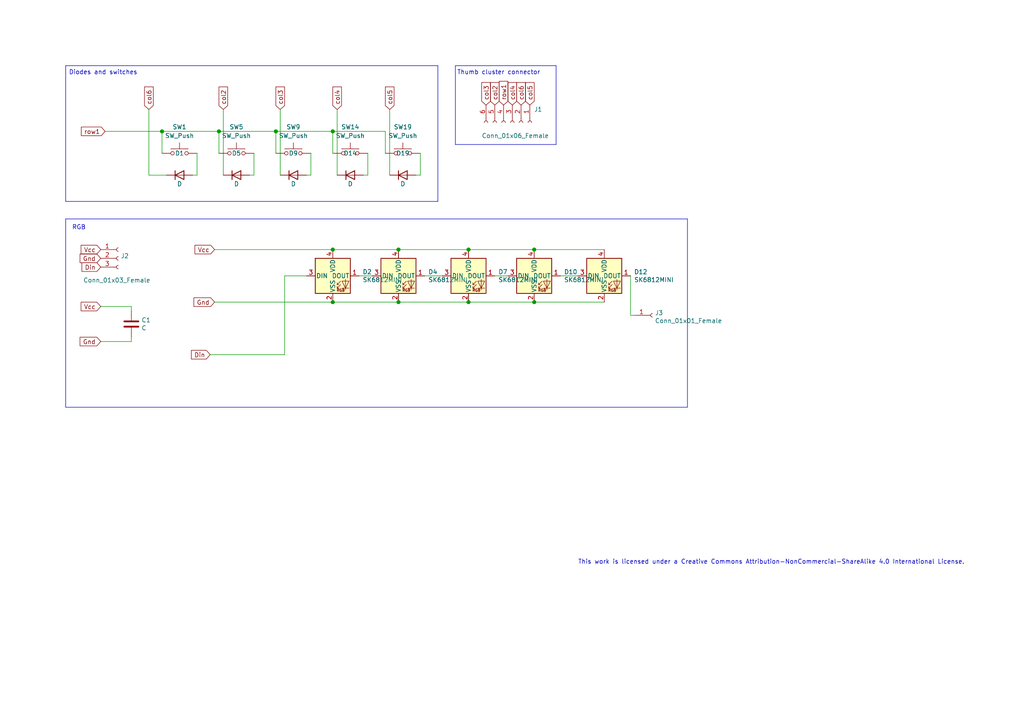
<source format=kicad_sch>
(kicad_sch (version 20221004) (generator eeschema)
  (paper "A4")
  (title_block (date "2022-02-25") (rev "2.42") (company "bastard keyboards") (comment 3 "CC BY-NC-SA 4.0") (comment 4 "Copyright Quentin Lebastard 2022"))
  (lib_symbols
    (symbol "Connector:Conn_01x01_Female" (pin_names (offset 1.016) hide)
      (property "Reference" "J" (at 0 2.54 0))
      (property "Value" "Conn_01x01_Female" (at 0 -2.54 0))
      (symbol "Conn_01x01_Female_1_1"
        (polyline (pts (xy -1.27 0) (xy -0.508 0)) (stroke (width 0.1524)))
        (arc (start 0 0.508) (mid -0.5058 0) (end 0 -0.508) (stroke (width 0.1524)))
        (pin passive line (at -5.08 0 0) (length 3.81) (name "Pin_1") (number "1"))
      )
    )
    (symbol "Connector:Conn_01x03_Female" (pin_names (offset 1.016) hide)
      (property "Reference" "J" (at 0 5.08 0))
      (property "Value" "Conn_01x03_Female" (at 0 -5.08 0))
      (symbol "Conn_01x03_Female_1_1"
        (arc (start 0 -2.032) (mid -0.5058 -2.54) (end 0 -3.048) (stroke (width 0.1524)))
        (polyline (pts (xy -1.27 -2.54) (xy -0.508 -2.54)) (stroke (width 0.1524)))
        (polyline (pts (xy -1.27 0) (xy -0.508 0)) (stroke (width 0.1524)))
        (polyline (pts (xy -1.27 2.54) (xy -0.508 2.54)) (stroke (width 0.1524)))
        (arc (start 0 0.508) (mid -0.5058 0) (end 0 -0.508) (stroke (width 0.1524)))
        (arc (start 0 3.048) (mid -0.5058 2.54) (end 0 2.032) (stroke (width 0.1524)))
        (pin passive line (at -5.08 2.54 0) (length 3.81) (name "Pin_1") (number "1"))
        (pin passive line (at -5.08 0 0) (length 3.81) (name "Pin_2") (number "2"))
        (pin passive line (at -5.08 -2.54 0) (length 3.81) (name "Pin_3") (number "3"))
      )
    )
    (symbol "Connector:Conn_01x06_Female" (pin_names hide)
      (property "Reference" "J" (at 0 7.62 0))
      (property "Value" "Conn_01x06_Female" (at 0 -10.16 0))
      (symbol "Conn_01x06_Female_1_1"
        (arc (start 0 -7.112) (mid -0.5058 -7.62) (end 0 -8.128) (stroke (width 0.1524)))
        (arc (start 0 -4.572) (mid -0.5058 -5.08) (end 0 -5.588) (stroke (width 0.1524)))
        (arc (start 0 -2.032) (mid -0.5058 -2.54) (end 0 -3.048) (stroke (width 0.1524)))
        (polyline (pts (xy -1.27 -7.62) (xy -0.508 -7.62)) (stroke (width 0.1524)))
        (polyline (pts (xy -1.27 -5.08) (xy -0.508 -5.08)) (stroke (width 0.1524)))
        (polyline (pts (xy -1.27 -2.54) (xy -0.508 -2.54)) (stroke (width 0.1524)))
        (polyline (pts (xy -1.27 0) (xy -0.508 0)) (stroke (width 0.1524)))
        (polyline (pts (xy -1.27 2.54) (xy -0.508 2.54)) (stroke (width 0.1524)))
        (polyline (pts (xy -1.27 5.08) (xy -0.508 5.08)) (stroke (width 0.1524)))
        (arc (start 0 0.508) (mid -0.5058 0) (end 0 -0.508) (stroke (width 0.1524)))
        (arc (start 0 3.048) (mid -0.5058 2.54) (end 0 2.032) (stroke (width 0.1524)))
        (arc (start 0 5.588) (mid -0.5058 5.08) (end 0 4.572) (stroke (width 0.1524)))
        (pin passive line (at -5.08 5.08 0) (length 3.81) (name "Pin_1") (number "1"))
        (pin passive line (at -5.08 2.54 0) (length 3.81) (name "Pin_2") (number "2"))
        (pin passive line (at -5.08 0 0) (length 3.81) (name "Pin_3") (number "3"))
        (pin passive line (at -5.08 -2.54 0) (length 3.81) (name "Pin_4") (number "4"))
        (pin passive line (at -5.08 -5.08 0) (length 3.81) (name "Pin_5") (number "5"))
        (pin passive line (at -5.08 -7.62 0) (length 3.81) (name "Pin_6") (number "6"))
      )
    )
    (symbol "Device:C" (pin_numbers hide) (pin_names (offset 0.254))
      (property "Reference" "C" (at 0.635 2.54 0))
      (property "Value" "C" (at 0.635 -2.54 0))
      (symbol "C_0_1"
        (polyline (pts (xy -2.032 -0.762) (xy 2.032 -0.762)) (stroke (width 0.508)))
        (polyline (pts (xy -2.032 0.762) (xy 2.032 0.762)) (stroke (width 0.508)))
      )
      (symbol "C_1_1"
        (pin passive line (at 0 3.81 270) (length 2.794) (name "~") (number "1"))
        (pin passive line (at 0 -3.81 90) (length 2.794) (name "~") (number "2"))
      )
    )
    (symbol "kbd:D" (pin_numbers hide) (pin_names (offset 1.016) hide)
      (property "Reference" "D" (at 0 2.54 0))
      (property "Value" "D" (at 0 -2.54 0))
      (symbol "D_0_1"
        (polyline (pts (xy -1.27 1.27) (xy -1.27 -1.27)) (stroke (width 0.254)))
        (polyline (pts (xy 1.27 0) (xy -1.27 0)))
        (polyline (pts (xy 1.27 1.27) (xy 1.27 -1.27) (xy -1.27 0) (xy 1.27 1.27)) (stroke (width 0.254)))
      )
      (symbol "D_1_1"
        (pin passive line (at -3.81 0 0) (length 2.54) (name "K") (number "1"))
        (pin passive line (at 3.81 0 180) (length 2.54) (name "A") (number "2"))
      )
    )
    (symbol "kbd:SK6803MINI-E" (pin_names (offset 0.254))
      (property "Reference" "D2" (at 8.6361 1.1494 0))
      (property "Value" "SK6812MINI" (at 8.6361 -1.1493 0))
      (symbol "SK6803MINI-E_0_0"
        (text "RGB" (at 2.286 -4.191 0) (effects (font (size 0.762 0.762))))
      )
      (symbol "SK6803MINI-E_0_1"
        (polyline (pts (xy 1.27 -3.556) (xy 1.778 -3.556)))
        (polyline (pts (xy 1.27 -2.54) (xy 1.778 -2.54)))
        (polyline (pts (xy 4.699 -3.556) (xy 2.667 -3.556)))
        (polyline (pts (xy 2.286 -2.54) (xy 1.27 -3.556) (xy 1.27 -3.048)))
        (polyline (pts (xy 2.286 -1.524) (xy 1.27 -2.54) (xy 1.27 -2.032)))
        (polyline (pts (xy 3.683 -1.016) (xy 3.683 -3.556) (xy 3.683 -4.064)))
        (polyline (pts (xy 4.699 -1.524) (xy 2.667 -1.524) (xy 3.683 -3.556) (xy 4.699 -1.524)))
        (rectangle (start 5.08 5.08) (end -5.08 -5.08) (stroke (width 0.254)) (fill (type background)))
      )
      (symbol "SK6803MINI-E_1_1"
        (pin output line (at 7.62 0 180) (length 2.54) (name "DOUT") (number "1"))
        (pin power_in line (at 0 -7.62 90) (length 2.54) (name "VSS") (number "2"))
        (pin input line (at -7.62 0 0) (length 2.54) (name "DIN") (number "3"))
        (pin power_in line (at 0 7.62 270) (length 2.54) (name "VDD") (number "4"))
      )
    )
    (symbol "kbd:SW_Push" (pin_numbers hide) (pin_names hide)
      (property "Reference" "SW1" (at 0 7.62 0))
      (property "Value" "SW_Push" (at 0 5.08 0))
      (symbol "SW_Push_0_1"
        (circle (center -2.032 0) (radius 0.508))
        (polyline (pts (xy 0 1.27) (xy 0 3.048)))
        (polyline (pts (xy 2.54 1.27) (xy -2.54 1.27)))
        (circle (center 2.032 0) (radius 0.508))
        (pin passive line (at -5.08 0 0) (length 2.54) (name "1") (number "1"))
        (pin passive line (at 5.08 0 180) (length 2.54) (name "2") (number "2"))
      )
    )
  )
  (junction (at 115.57 87.63) (diameter 1.016))
  (junction (at 154.94 87.63) (diameter 1.016))
  (junction (at 115.57 72.39) (diameter 1.016))
  (junction (at 46.99 38.1) (diameter 1.016))
  (junction (at 63.5 38.1) (diameter 1.016))
  (junction (at 96.52 72.39) (diameter 1.016))
  (junction (at 135.89 87.63) (diameter 1.016))
  (junction (at 135.89 72.39) (diameter 1.016))
  (junction (at 96.52 38.1) (diameter 1.016))
  (junction (at 96.52 87.63) (diameter 1.016))
  (junction (at 154.94 72.39) (diameter 1.016))
  (junction (at 80.01 38.1) (diameter 1.016))
  (wire (pts (xy 106.68 44.45) (xy 106.68 50.8)))
  (wire (pts (xy 182.88 91.44) (xy 184.15 91.44)))
  (wire (pts (xy 154.94 87.63) (xy 175.26 87.63)))
  (wire (pts (xy 48.26 50.8) (xy 43.18 50.8)))
  (wire (pts (xy 80.01 38.1) (xy 96.52 38.1)))
  (wire (pts (xy 82.55 102.87) (xy 82.55 80.01)))
  (wire (pts (xy 46.99 44.45) (xy 46.99 38.1)))
  (wire (pts (xy 135.89 72.39) (xy 154.94 72.39)))
  (wire (pts (xy 38.1 88.9) (xy 38.1 90.17)))
  (wire (pts (xy 57.15 50.8) (xy 55.88 50.8)))
  (polyline (pts (xy 19.05 19.05) (xy 127 19.05)))
  (polyline (pts (xy 132.08 19.05) (xy 132.08 41.91)))
  (wire (pts (xy 63.5 38.1) (xy 63.5 44.45)))
  (wire (pts (xy 96.52 38.1) (xy 96.52 44.45)))
  (wire (pts (xy 60.96 102.87) (xy 82.55 102.87)))
  (wire (pts (xy 121.92 50.8) (xy 120.65 50.8)))
  (wire (pts (xy 38.1 97.79) (xy 38.1 99.06)))
  (wire (pts (xy 143.51 80.01) (xy 147.32 80.01)))
  (wire (pts (xy 135.89 87.63) (xy 154.94 87.63)))
  (wire (pts (xy 29.21 88.9) (xy 38.1 88.9)))
  (wire (pts (xy 104.14 80.01) (xy 107.95 80.01)))
  (wire (pts (xy 73.66 44.45) (xy 73.66 50.8)))
  (polyline (pts (xy 127 19.05) (xy 127 58.42)))
  (wire (pts (xy 30.48 38.1) (xy 46.99 38.1)))
  (wire (pts (xy 115.57 87.63) (xy 135.89 87.63)))
  (wire (pts (xy 62.23 72.39) (xy 96.52 72.39)))
  (polyline (pts (xy 19.05 63.5) (xy 19.05 118.11)))
  (wire (pts (xy 97.79 31.75) (xy 97.79 50.8)))
  (wire (pts (xy 121.92 44.45) (xy 121.92 50.8)))
  (polyline (pts (xy 161.29 19.05) (xy 161.29 41.91)))
  (wire (pts (xy 111.76 38.1) (xy 111.76 44.45)))
  (wire (pts (xy 90.17 50.8) (xy 88.9 50.8)))
  (polyline (pts (xy 19.05 19.05) (xy 19.05 58.42)))
  (wire (pts (xy 64.77 31.75) (xy 64.77 50.8)))
  (wire (pts (xy 96.52 87.63) (xy 115.57 87.63)))
  (wire (pts (xy 82.55 80.01) (xy 88.9 80.01)))
  (wire (pts (xy 123.19 80.01) (xy 128.27 80.01)))
  (wire (pts (xy 96.52 38.1) (xy 111.76 38.1)))
  (polyline (pts (xy 161.29 41.91) (xy 132.08 41.91)))
  (wire (pts (xy 154.94 72.39) (xy 175.26 72.39)))
  (wire (pts (xy 81.28 31.75) (xy 81.28 50.8)))
  (wire (pts (xy 96.52 72.39) (xy 115.57 72.39)))
  (wire (pts (xy 90.17 44.45) (xy 90.17 50.8)))
  (wire (pts (xy 182.88 80.01) (xy 182.88 91.44)))
  (wire (pts (xy 80.01 38.1) (xy 80.01 44.45)))
  (wire (pts (xy 46.99 38.1) (xy 63.5 38.1)))
  (wire (pts (xy 115.57 72.39) (xy 135.89 72.39)))
  (polyline (pts (xy 132.08 19.05) (xy 161.29 19.05)))
  (polyline (pts (xy 127 58.42) (xy 19.05 58.42)))
  (wire (pts (xy 57.15 44.45) (xy 57.15 50.8)))
  (wire (pts (xy 62.23 87.63) (xy 96.52 87.63)))
  (wire (pts (xy 113.03 31.75) (xy 113.03 50.8)))
  (wire (pts (xy 73.66 50.8) (xy 72.39 50.8)))
  (wire (pts (xy 43.18 31.75) (xy 43.18 50.8)))
  (polyline (pts (xy 19.05 63.5) (xy 199.39 63.5)))
  (wire (pts (xy 29.21 99.06) (xy 38.1 99.06)))
  (polyline (pts (xy 199.39 118.11) (xy 19.05 118.11)))
  (polyline (pts (xy 199.39 63.5) (xy 199.39 118.11)))
  (wire (pts (xy 63.5 38.1) (xy 80.01 38.1)))
  (wire (pts (xy 106.68 50.8) (xy 105.41 50.8)))
  (wire (pts (xy 162.56 80.01) (xy 167.64 80.01)))
  (text "Diodes and switches" (at 39.878 21.844 0) (effects (font (size 1.27 1.27)) (justify right bottom)))
  (text "RGB" (at 24.892 66.802 0) (effects (font (size 1.27 1.27)) (justify right bottom)))
  (text "Thumb cluster connector" (at 156.718 21.844 0) (effects (font (size 1.27 1.27)) (justify right bottom)))
  (text "This work is licensed under a Creative Commons Attribution-NonCommercial-ShareAlike 4.0 International License." (at 167.64 163.83 0) (effects (font (size 1.27 1.27)) (justify left bottom)))
  (global_label "Gnd" (shape input) (at 29.21 74.93 180) (property "Intersheet References" "${INTERSHEET_REFS}" (effects hide)))
  (global_label "col5" (shape input) (at 153.67 30.48 90) (property "Intersheet References" "${INTERSHEET_REFS}" (effects hide)))
  (global_label "col5" (shape input) (at 113.03 31.75 90) (property "Intersheet References" "${INTERSHEET_REFS}" (effects hide)))
  (global_label "Din" (shape input) (at 29.21 77.47 180) (property "Intersheet References" "${INTERSHEET_REFS}" (effects hide)))
  (global_label "col6" (shape input) (at 43.18 31.75 90) (property "Intersheet References" "${INTERSHEET_REFS}" (effects hide)))
  (global_label "Vcc" (shape input) (at 29.21 88.9 180) (property "Intersheet References" "${INTERSHEET_REFS}" (effects hide)))
  (global_label "col2" (shape input) (at 143.51 30.48 90) (property "Intersheet References" "${INTERSHEET_REFS}" (effects hide)))
  (global_label "Din" (shape input) (at 60.96 102.87 180) (property "Intersheet References" "${INTERSHEET_REFS}" (effects hide)))
  (global_label "Gnd" (shape input) (at 29.21 99.06 180) (property "Intersheet References" "${INTERSHEET_REFS}" (effects hide)))
  (global_label "col4" (shape input) (at 97.79 31.75 90) (property "Intersheet References" "${INTERSHEET_REFS}" (effects hide)))
  (global_label "row1" (shape input) (at 146.05 30.48 90) (property "Intersheet References" "${INTERSHEET_REFS}" (effects hide)))
  (global_label "col3" (shape input) (at 140.97 30.48 90) (property "Intersheet References" "${INTERSHEET_REFS}" (effects hide)))
  (global_label "col4" (shape input) (at 148.59 30.48 90) (property "Intersheet References" "${INTERSHEET_REFS}" (effects hide)))
  (global_label "Vcc" (shape input) (at 29.21 72.39 180) (property "Intersheet References" "${INTERSHEET_REFS}" (effects hide)))
  (global_label "row1" (shape input) (at 30.48 38.1 180) (property "Intersheet References" "${INTERSHEET_REFS}" (effects hide)))
  (global_label "col6" (shape input) (at 151.13 30.48 90) (property "Intersheet References" "${INTERSHEET_REFS}" (effects hide)))
  (global_label "col2" (shape input) (at 64.77 31.75 90) (property "Intersheet References" "${INTERSHEET_REFS}" (effects hide)))
  (global_label "col3" (shape input) (at 81.28 31.75 90) (property "Intersheet References" "${INTERSHEET_REFS}" (effects hide)))
  (global_label "Vcc" (shape input) (at 62.23 72.39 180) (property "Intersheet References" "${INTERSHEET_REFS}" (effects hide)))
  (global_label "Gnd" (shape input) (at 62.23 87.63 180) (property "Intersheet References" "${INTERSHEET_REFS}" (effects hide)))
  (symbol (lib_id "kbd:SK6803MINI-E") (at 175.26 80.01 0) (unit 1)
    (property "Reference" "D12" (at 183.8961 78.8606 0) (effects (justify left)))
    (property "Value" "SK6812MINI" (at 183.8961 81.1593 0) (effects (justify left)))
    (property "Footprint" "prettylib:YS-SK6812MINI-E-bkb" (effects hide))
    (property "Datasheet" "https://cdn-shop.adafruit.com/product-files/2686/SK6812MINI_REV.01-1-2.pdf" (effects hide))
  )
  (symbol (lib_id "Device:C") (at 38.1 93.98 0) (unit 1)
    (property "Reference" "C1" (at 41.0211 92.8306 0) (effects (justify left)))
    (property "Value" "C" (at 41.0211 95.1293 0) (effects (justify left)))
    (property "Footprint" "Capacitor_SMD:C_0805_2012Metric_Pad1.18x1.45mm_HandSolder" (effects hide))
    (property "LCSC" "C2798196" (effects hide))
  )
  (symbol (lib_id "kbd:SK6803MINI-E") (at 154.94 80.01 0) (unit 1)
    (property "Reference" "D10" (at 163.5761 78.8606 0) (effects (justify left)))
    (property "Value" "SK6812MINI" (at 163.5761 81.1593 0) (effects (justify left)))
    (property "Footprint" "prettylib:YS-SK6812MINI-E-bkb" (effects hide))
    (property "Datasheet" "https://cdn-shop.adafruit.com/product-files/2686/SK6812MINI_REV.01-1-2.pdf" (effects hide))
  )
  (symbol (lib_id "kbd:D") (at 68.58 50.8 0) (unit 1)
    (property "Reference" "D5" (at 68.58 44.45 0))
    (property "Value" "D" (at 68.58 53.34 0))
    (property "Footprint" "prettylib:Diode_TH_SOD123" (effects hide))
    (property "LCSC" "C108804" (effects hide))
  )
  (symbol (lib_id "kbd:SW_Push") (at 68.58 44.45 0) (unit 1)
    (property "Reference" "SW5" (at 68.58 36.83 0))
    (property "Value" "SW_Push" (at 68.58 39.37 0))
    (property "Footprint" "prettylib:SW_MX_KS_Choc-mod" (effects hide))
  )
  (symbol (lib_id "kbd:SW_Push") (at 52.07 44.45 0) (unit 1)
    (property "Reference" "SW1" (at 52.07 36.83 0))
    (property "Value" "SW_Push" (at 52.07 39.37 0))
    (property "Footprint" "prettylib:SW_MX_KS_Choc-mod" (effects hide))
  )
  (symbol (lib_id "kbd:SW_Push") (at 101.6 44.45 0) (unit 1)
    (property "Reference" "SW14" (at 101.6 36.83 0))
    (property "Value" "SW_Push" (at 101.6 39.37 0))
    (property "Footprint" "prettylib:SW_MX_KS_Choc-mod" (effects hide))
  )
  (symbol (lib_id "Connector:Conn_01x06_Female") (at 148.59 35.56 270) (unit 1)
    (property "Reference" "J1" (at 154.8893 31.7182 90) (effects (justify left)))
    (property "Value" "Conn_01x06_Female" (at 139.7 39.37 90) (effects (justify left)))
    (property "Footprint" "Connector_PinHeader_2.54mm:PinHeader_1x06_P2.54mm_Vertical" (effects hide))
  )
  (symbol (lib_id "kbd:D") (at 85.09 50.8 0) (unit 1)
    (property "Reference" "D9" (at 85.09 44.45 0))
    (property "Value" "D" (at 85.09 53.34 0))
    (property "Footprint" "prettylib:Diode_TH_SOD123" (effects hide))
    (property "LCSC" "C108804" (effects hide))
  )
  (symbol (lib_id "kbd:SW_Push") (at 85.09 44.45 0) (unit 1)
    (property "Reference" "SW9" (at 85.09 36.83 0))
    (property "Value" "SW_Push" (at 85.09 39.37 0))
    (property "Footprint" "prettylib:SW_MX_KS_Choc-mod" (effects hide))
  )
  (symbol (lib_id "kbd:SK6803MINI-E") (at 115.57 80.01 0) (unit 1)
    (property "Reference" "D4" (at 124.2061 78.8606 0) (effects (justify left)))
    (property "Value" "SK6812MINI" (at 124.2061 81.1593 0) (effects (justify left)))
    (property "Footprint" "prettylib:YS-SK6812MINI-E-bkb" (effects hide))
    (property "Datasheet" "https://cdn-shop.adafruit.com/product-files/2686/SK6812MINI_REV.01-1-2.pdf" (effects hide))
  )
  (symbol (lib_id "kbd:D") (at 116.84 50.8 0) (unit 1)
    (property "Reference" "D19" (at 116.84 44.45 0))
    (property "Value" "D" (at 116.84 53.34 0))
    (property "Footprint" "prettylib:Diode_TH_SOD123" (effects hide))
    (property "LCSC" "C108804" (effects hide))
  )
  (symbol (lib_id "kbd:SK6803MINI-E") (at 96.52 80.01 0) (unit 1)
    (property "Reference" "D2" (at 105.1561 78.8606 0) (effects (justify left)))
    (property "Value" "SK6812MINI" (at 105.1561 81.1593 0) (effects (justify left)))
    (property "Footprint" "prettylib:YS-SK6812MINI-E-bkb" (effects hide))
    (property "Datasheet" "https://cdn-shop.adafruit.com/product-files/2686/SK6812MINI_REV.01-1-2.pdf" (effects hide))
  )
  (symbol (lib_id "kbd:SK6803MINI-E") (at 135.89 80.01 0) (unit 1)
    (property "Reference" "D7" (at 144.5261 78.8606 0) (effects (justify left)))
    (property "Value" "SK6812MINI" (at 144.5261 81.1593 0) (effects (justify left)))
    (property "Footprint" "prettylib:YS-SK6812MINI-E-bkb" (effects hide))
    (property "Datasheet" "https://cdn-shop.adafruit.com/product-files/2686/SK6812MINI_REV.01-1-2.pdf" (effects hide))
  )
  (symbol (lib_id "kbd:SW_Push") (at 116.84 44.45 0) (unit 1)
    (property "Reference" "SW19" (at 116.84 36.83 0))
    (property "Value" "SW_Push" (at 116.84 39.37 0))
    (property "Footprint" "prettylib:SW_MX_KS_Choc-mod" (effects hide))
  )
  (symbol (lib_id "Connector:Conn_01x03_Female") (at 34.29 74.93 0) (unit 1)
    (property "Reference" "J2" (at 35.0013 74.2378 0) (effects (justify left)))
    (property "Value" "Conn_01x03_Female" (at 24.13 81.28 0) (effects (justify left)))
    (property "Footprint" "Connector_PinHeader_2.54mm:PinHeader_1x03_P2.54mm_Vertical" (effects hide))
  )
  (symbol (lib_id "kbd:D") (at 52.07 50.8 0) (unit 1)
    (property "Reference" "D1" (at 52.07 44.45 0))
    (property "Value" "D" (at 52.07 53.34 0))
    (property "Footprint" "prettylib:Diode_TH_SOD123" (effects hide))
    (property "LCSC" "C108804" (effects hide))
  )
  (symbol (lib_id "Connector:Conn_01x01_Female") (at 189.23 91.44 0) (unit 1)
    (property "Reference" "J3" (at 189.9413 90.7478 0) (effects (justify left)))
    (property "Value" "Conn_01x01_Female" (at 189.9413 93.0465 0) (effects (justify left)))
    (property "Footprint" "Connector_PinHeader_2.54mm:PinHeader_1x01_P2.54mm_Vertical" (effects hide))
  )
  (symbol (lib_id "kbd:D") (at 101.6 50.8 0) (unit 1)
    (property "Reference" "D14" (at 101.6 44.45 0))
    (property "Value" "D" (at 101.6 53.34 0))
    (property "Footprint" "prettylib:Diode_TH_SOD123" (effects hide))
    (property "LCSC" "C108804" (effects hide))
  )
)
</source>
